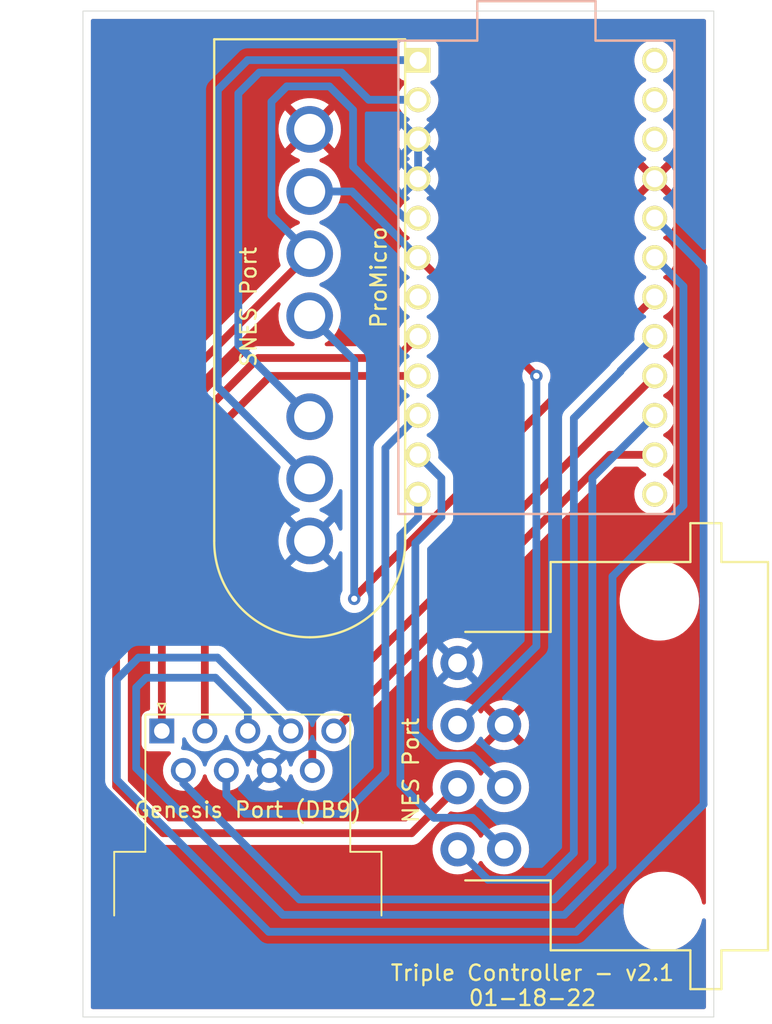
<source format=kicad_pcb>
(kicad_pcb (version 20211014) (generator pcbnew)
  (layers (0 "F.Cu" signal) (31 "B.Cu" signal) (35 "F.Paste" user) (37 "F.SilkS" user "F.Silkscreen") (38 "B.Mask" user) (39 "F.Mask" user) (44 "Edge.Cuts" user))
  (net 0 "")
  (net 1 "Net-(J2-Pad6)")
  (net 2 "Net-(J2-Pad5)")
  (net 3 "Net-(J2-Pad4)")
  (net 4 "Net-(J1-Pad3)")
  (net 5 "Net-(J1-Pad2)")
  (net 6 "Net-(J1-Pad7)")
  (net 8 "Net-(J1-Pad5)")
  (net 9 "Net-(J1-Pad4)")
  (net 10 "Net-(J3-Pad9)")
  (net 12 "Net-(J3-Pad6)")
  (net 13 "Net-(J3-Pad4)")
  (net 14 "Net-(J3-Pad3)")
  (net 16 "Net-(J3-Pad1)")
  (net 19 "Net-(J1-Pad6)")
  (net 20 "Net-(J3-Pad2)")
  (net 21 "Net-(J3-Pad5)")
  (net 22 "Net-(J3-Pad7)")
  (net 23 "Net-(J1-Pad1)")
  (footprint "Connector_Dsub:DSUB-9_Male_Horizontal_P2.77x2.54mm_EdgePinOffset9.40mm" (layer "F.Cu") (at 133.35 73.025)
    (fp_text reference "J3" hide)
    (fp_text value "Genesis Port (DB9)" (at 5.54 5.08) (layer "F.SilkS"))
    (fp_line (start -3.07 7.78) (end -1.06 7.78) (layer "F.SilkS") (width 0.12))
    (fp_line (start -0.25 -1.754338) (end 0.25 -1.754338) (layer "F.SilkS") (width 0.12))
    (fp_line (start 0 -1.321325) (end -0.25 -1.754338) (layer "F.SilkS") (width 0.12))
    (fp_line (start 12.14 7.78) (end 14.15 7.78) (layer "F.SilkS") (width 0.12))
    (fp_line (start -3.07 11.88) (end -3.07 7.78) (layer "F.SilkS") (width 0.12))
    (fp_line (start 0.25 -1.754338) (end 0 -1.321325) (layer "F.SilkS") (width 0.12))
    (fp_line (start 12.14 -1.06) (end 12.14 7.78) (layer "F.SilkS") (width 0.12))
    (fp_line (start 14.15 7.78) (end 14.15 11.88) (layer "F.SilkS") (width 0.12))
    (fp_line (start -1.06 -1.06) (end 12.14 -1.06) (layer "F.SilkS") (width 0.12))
    (fp_line (start -1.06 7.78) (end -1.06 -1.06) (layer "F.SilkS") (width 0.12))
    (pad "1" thru_hole rect locked (at 0 0) (size 1.6 1.6) (drill 1) (layers *.Cu *.Mask) (net 16 "Net-(J3-Pad1)"))
    (pad "2" thru_hole circle locked (at 2.77 0) (size 1.6 1.6) (drill 1) (layers *.Cu *.Mask) (net 20 "Net-(J3-Pad2)"))
    (pad "3" thru_hole circle locked (at 5.54 0) (size 1.6 1.6) (drill 1) (layers *.Cu *.Mask) (net 14 "Net-(J3-Pad3)"))
    (pad "4" thru_hole circle locked (at 8.31 0) (size 1.6 1.6) (drill 1) (layers *.Cu *.Mask) (net 13 "Net-(J3-Pad4)"))
    (pad "5" thru_hole circle locked (at 11.08 0) (size 1.6 1.6) (drill 1) (layers *.Cu *.Mask) (net 21 "Net-(J3-Pad5)"))
    (pad "6" thru_hole circle locked (at 1.385 2.54) (size 1.6 1.6) (drill 1) (layers *.Cu *.Mask) (net 12 "Net-(J3-Pad6)"))
    (pad "7" thru_hole circle locked (at 4.155 2.54) (size 1.6 1.6) (drill 1) (layers *.Cu *.Mask) (net 22 "Net-(J3-Pad7)"))
    (pad "8" thru_hole circle locked (at 6.925 2.54) (size 1.6 1.6) (drill 1) (layers *.Cu *.Mask) (net 23 "Net-(J1-Pad1)"))
    (pad "9" thru_hole circle locked (at 9.695 2.54) (size 1.6 1.6) (drill 1) (layers *.Cu *.Mask) (net 10 "Net-(J3-Pad9)"))
  )
  (footprint "pkl_connectors:NES" (layer "F.Cu") (at 152.4 80.645 90)
    (fp_text reference "J1" hide)
    (fp_text value "NES Port" (at 5.08 -3 90) (layer "F.SilkS"))
    (fp_line (start -9 17) (end -6.5 17) (layer "F.SilkS") (width 0.15))
    (fp_line (start 14 6) (end 14 0.5) (layer "F.SilkS") (width 0.15))
    (fp_line (start 21 15) (end 18.5 15) (layer "F.SilkS") (width 0.15))
    (fp_line (start -6.5 17) (end -6.5 20) (layer "F.SilkS") (width 0.15))
    (fp_line (start -6.5 20) (end 18.5 20) (layer "F.SilkS") (width 0.15))
    (fp_line (start -9 15) (end -9 17) (layer "F.SilkS") (width 0.15))
    (fp_line (start -6.5 6) (end -6.5 15) (layer "F.SilkS") (width 0.15))
    (fp_line (start 18.5 6) (end 14 6) (layer "F.SilkS") (width 0.15))
    (fp_line (start -2 0.5) (end -2 6) (layer "F.SilkS") (width 0.15))
    (fp_line (start 18.5 20) (end 18.5 17) (layer "F.SilkS") (width 0.15))
    (fp_line (start 18.5 17) (end 21 17) (layer "F.SilkS") (width 0.15))
    (fp_line (start -6.5 15) (end -9 15) (layer "F.SilkS") (width 0.15))
    (fp_line (start 21 17) (end 21 15) (layer "F.SilkS") (width 0.15))
    (fp_line (start 18.5 15) (end 18.5 6) (layer "F.SilkS") (width 0.15))
    (fp_line (start -2 6) (end -6.5 6) (layer "F.SilkS") (width 0.15))
    (pad "" np_thru_hole circle locked (at -4 13.25 90) (size 4.1 4.1) (drill 4.1) (layers *.Cu *.Mask))
    (pad "" np_thru_hole circle locked (at 16 13 90) (size 4.1 4.1) (drill 4.1) (layers *.Cu *.Mask))
    (pad "1" thru_hole circle locked (at 12 0 90) (size 2.2 2.2) (drill 1.2) (layers *.Cu *.Mask) (net 23 "Net-(J1-Pad1)"))
    (pad "2" thru_hole circle locked (at 8 0 90) (size 2.2 2.2) (drill 1.2) (layers *.Cu *.Mask) (net 5 "Net-(J1-Pad2)"))
    (pad "3" thru_hole circle locked (at 4 0 90) (size 2.2 2.2) (drill 1.2) (layers *.Cu *.Mask) (net 4 "Net-(J1-Pad3)"))
    (pad "4" thru_hole circle locked (at 0 0 90) (size 2.2 2.2) (drill 1.2) (layers *.Cu *.Mask) (net 9 "Net-(J1-Pad4)"))
    (pad "5" thru_hole circle locked (at 0 3 90) (size 2.2 2.2) (drill 1.2) (layers *.Cu *.Mask) (net 8 "Net-(J1-Pad5)"))
    (pad "6" thru_hole circle locked (at 4 3 90) (size 2.2 2.2) (drill 1.2) (layers *.Cu *.Mask) (net 19 "Net-(J1-Pad6)"))
    (pad "7" thru_hole circle locked (at 8 3 90) (size 2.2 2.2) (drill 1.2) (layers *.Cu *.Mask) (net 6 "Net-(J1-Pad7)"))
  )
  (footprint "promicro:ProMicro" (layer "F.Cu") (at 157.48 43.815 -90)
    (fp_text reference "U1" hide)
    (fp_text value "ProMicro" (at 0 10.16 90) (layer "F.SilkS"))
    (fp_line (start -15.24 -3.81) (end -15.24 -8.89) (layer "B.SilkS") (width 0.15))
    (fp_line (start 15.24 -8.89) (end 15.24 8.89) (layer "B.SilkS") (width 0.15))
    (fp_line (start -15.24 -8.89) (end 15.24 -8.89) (layer "B.SilkS") (width 0.15))
    (fp_line (start 15.24 8.89) (end -15.24 8.89) (layer "B.SilkS") (width 0.15))
    (fp_line (start -15.24 3.81) (end -17.78 3.81) (layer "B.SilkS") (width 0.15))
    (fp_line (start -15.24 8.89) (end -15.24 3.81) (layer "B.SilkS") (width 0.15))
    (fp_line (start -17.78 -3.81) (end -15.24 -3.81) (layer "B.SilkS") (width 0.15))
    (fp_line (start -17.78 3.81) (end -17.78 -3.81) (layer "B.SilkS") (width 0.15))
    (fp_line (start -17.78 -3.81) (end -15.24 -3.81) (layer "F.SilkS") (width 0.15))
    (fp_line (start -15.24 -8.89) (end 15.24 -8.89) (layer "F.SilkS") (width 0.15))
    (fp_line (start -17.78 3.81) (end -17.78 -3.81) (layer "F.SilkS") (width 0.15))
    (fp_line (start -15.24 8.89) (end -15.24 3.81) (layer "F.SilkS") (width 0.15))
    (fp_line (start -15.24 -3.81) (end -15.24 -8.89) (layer "F.SilkS") (width 0.15))
    (fp_line (start 15.24 -8.89) (end 15.24 8.89) (layer "F.SilkS") (width 0.15))
    (fp_line (start -15.24 8.89) (end 15.24 8.89) (layer "F.SilkS") (width 0.15))
    (fp_line (start -15.24 3.81) (end -17.78 3.81) (layer "F.SilkS") (width 0.15))
    (pad "1" thru_hole rect locked (at -13.97 7.62 270) (size 1.6 1.6) (drill 1.1) (layers *.Cu *.Mask "F.SilkS") (net 1 "Net-(J2-Pad6)"))
    (pad "2" thru_hole circle locked (at -11.43 7.62 270) (size 1.6 1.6) (drill 1.1) (layers *.Cu *.Mask "F.SilkS") (net 2 "Net-(J2-Pad5)"))
    (pad "3" thru_hole circle locked (at -8.89 7.62 270) (size 1.6 1.6) (drill 1.1) (layers *.Cu *.Mask "F.SilkS") (net 23 "Net-(J1-Pad1)"))
    (pad "4" thru_hole circle locked (at -6.35 7.62 270) (size 1.6 1.6) (drill 1.1) (layers *.Cu *.Mask "F.SilkS") (net 23 "Net-(J1-Pad1)"))
    (pad "5" thru_hole circle locked (at -3.81 7.62 270) (size 1.6 1.6) (drill 1.1) (layers *.Cu *.Mask "F.SilkS") (net 4 "Net-(J1-Pad3)"))
    (pad "6" thru_hole circle locked (at -1.27 7.62 270) (size 1.6 1.6) (drill 1.1) (layers *.Cu *.Mask "F.SilkS") (net 5 "Net-(J1-Pad2)"))
    (pad "7" thru_hole circle locked (at 1.27 7.62 270) (size 1.6 1.6) (drill 1.1) (layers *.Cu *.Mask "F.SilkS"))
    (pad "8" thru_hole circle locked (at 3.81 7.62 270) (size 1.6 1.6) (drill 1.1) (layers *.Cu *.Mask "F.SilkS") (net 16 "Net-(J3-Pad1)"))
    (pad "9" thru_hole circle locked (at 6.35 7.62 270) (size 1.6 1.6) (drill 1.1) (layers *.Cu *.Mask "F.SilkS") (net 20 "Net-(J3-Pad2)"))
    (pad "10" thru_hole circle locked (at 8.89 7.62 270) (size 1.6 1.6) (drill 1.1) (layers *.Cu *.Mask "F.SilkS") (net 22 "Net-(J3-Pad7)"))
    (pad "11" thru_hole circle locked (at 11.43 7.62 270) (size 1.6 1.6) (drill 1.1) (layers *.Cu *.Mask "F.SilkS") (net 19 "Net-(J1-Pad6)"))
    (pad "12" thru_hole circle locked (at 13.97 7.62 270) (size 1.6 1.6) (drill 1.1) (layers *.Cu *.Mask "F.SilkS") (net 8 "Net-(J1-Pad5)"))
    (pad "13" thru_hole circle locked (at 13.97 -7.62 270) (size 1.6 1.6) (drill 1.1) (layers *.Cu *.Mask "F.SilkS"))
    (pad "14" thru_hole circle locked (at 11.43 -7.62 270) (size 1.6 1.6) (drill 1.1) (layers *.Cu *.Mask "F.SilkS") (net 21 "Net-(J3-Pad5)"))
    (pad "15" thru_hole circle locked (at 8.89 -7.62 270) (size 1.6 1.6) (drill 1.1) (layers *.Cu *.Mask "F.SilkS") (net 12 "Net-(J3-Pad6)"))
    (pad "16" thru_hole circle locked (at 6.35 -7.62 270) (size 1.6 1.6) (drill 1.1) (layers *.Cu *.Mask "F.SilkS") (net 10 "Net-(J3-Pad9)"))
    (pad "17" thru_hole circle locked (at 3.81 -7.62 270) (size 1.6 1.6) (drill 1.1) (layers *.Cu *.Mask "F.SilkS") (net 9 "Net-(J1-Pad4)"))
    (pad "18" thru_hole circle locked (at 1.27 -7.62 270) (size 1.6 1.6) (drill 1.1) (layers *.Cu *.Mask "F.SilkS") (net 3 "Net-(J2-Pad4)"))
    (pad "19" thru_hole circle locked (at -1.27 -7.62 270) (size 1.6 1.6) (drill 1.1) (layers *.Cu *.Mask "F.SilkS") (net 14 "Net-(J3-Pad3)"))
    (pad "20" thru_hole circle locked (at -3.81 -7.62 270) (size 1.6 1.6) (drill 1.1) (layers *.Cu *.Mask "F.SilkS") (net 13 "Net-(J3-Pad4)"))
    (pad "21" thru_hole circle locked (at -6.35 -7.62 270) (size 1.6 1.6) (drill 1.1) (layers *.Cu *.Mask "F.SilkS") (net 6 "Net-(J1-Pad7)"))
    (pad "22" thru_hole circle locked (at -8.89 -7.62 270) (size 1.6 1.6) (drill 1.1) (layers *.Cu *.Mask "F.SilkS"))
    (pad "23" thru_hole circle locked (at -11.43 -7.62 270) (size 1.6 1.6) (drill 1.1) (layers *.Cu *.Mask "F.SilkS"))
    (pad "24" thru_hole circle locked (at -13.97 -7.62 270) (size 1.6 1.6) (drill 1.1) (layers *.Cu *.Mask "F.SilkS"))
  )
  (footprint "pkl_connectors:SNES" (layer "F.Cu") (at 142.875 34.29 -90)
    (fp_text reference "J2" hide)
    (fp_text value "SNES Port" (at 11.43 3.937 -90) (layer "F.SilkS"))
    (fp_line (start -5.8 6.15) (end -5.8 -6.15) (layer "F.SilkS") (width 0.15))
    (fp_line (start -5.8 -6.15) (end 26.5 -6.15) (layer "F.SilkS") (width 0.15))
    (fp_line (start -5.8 6.15) (end 26.5 6.15) (layer "F.SilkS") (width 0.15))
    (fp_arc (start 32.7 0) (mid 30.880994 4.366349) (end 26.500002 6.149797) (layer "F.SilkS") (width 0.15))
    (fp_arc (start 26.5 -6.15) (mid 30.881137 -4.366492) (end 32.700203 0) (layer "F.SilkS") (width 0.15))
    (pad "1" thru_hole circle locked (at 0 0 270) (size 3 3) (drill 2) (layers *.Cu *.Mask) (net 6 "Net-(J1-Pad7)"))
    (pad "2" thru_hole circle locked (at 4 0 270) (size 3 3) (drill 2) (layers *.Cu *.Mask) (net 5 "Net-(J1-Pad2)"))
    (pad "3" thru_hole circle locked (at 8 0 270) (size 3 3) (drill 2) (layers *.Cu *.Mask) (net 4 "Net-(J1-Pad3)"))
    (pad "4" thru_hole circle locked (at 12 0 270) (size 3 3) (drill 2) (layers *.Cu *.Mask) (net 3 "Net-(J2-Pad4)"))
    (pad "5" thru_hole circle locked (at 18.5 0 270) (size 3 3) (drill 2) (layers *.Cu *.Mask) (net 2 "Net-(J2-Pad5)"))
    (pad "6" thru_hole circle locked (at 22.5 0 270) (size 3 3) (drill 2) (layers *.Cu *.Mask) (net 1 "Net-(J2-Pad6)"))
    (pad "7" thru_hole circle locked (at 26.5 0 270) (size 3 3) (drill 2) (layers *.Cu *.Mask) (net 23 "Net-(J1-Pad1)"))
  )
  (gr_line (start 168.91 26.67) (end 168.91 91.44) (layer "Edge.Cuts") (width 0.05))
  (gr_line (start 128.27 26.67) (end 128.27 91.44) (layer "Edge.Cuts") (width 0.05))
  (gr_line (start 168.91 91.44) (end 128.27 91.44) (layer "Edge.Cuts") (width 0.05))
  (gr_line (start 128.27 26.67) (end 168.91 26.67) (layer "Edge.Cuts") (width 0.05))
  (gr_text "Triple Controller - v2.1\n01-18-22\n" (at 157.226 89.408) (layer "F.SilkS") (effects (font (size 1 1))))
  (segment (start 138.87601 29.83079) (end 149.84579 29.83079) (width 0.5) (layer "B.Cu") (net 1))
  (segment (start 149.84579 29.83079) (end 149.86 29.845) (width 0.5) (layer "B.Cu") (net 1))
  (segment (start 136.9568 31.75) (end 138.87601 29.83079) (width 0.5) (layer "B.Cu") (net 1))
  (segment (start 136.9568 50.8718) (end 136.9568 31.75) (width 0.5) (layer "B.Cu") (net 1))
  (segment (start 142.875 56.79) (end 136.9568 50.8718) (width 0.5) (layer "B.Cu") (net 1))
  (segment (start 146.685 32.385) (end 144.9324 30.6324) (width 0.5) (layer "B.Cu") (net 2))
  (segment (start 138.2776 31.9786) (end 138.2776 48.1926) (width 0.5) (layer "B.Cu") (net 2))
  (segment (start 138.2776 48.1926) (end 142.875 52.79) (width 0.5) (layer "B.Cu") (net 2))
  (segment (start 139.6238 30.6324) (end 138.2776 31.9786) (width 0.5) (layer "B.Cu") (net 2))
  (segment (start 144.9324 30.6324) (end 139.6238 30.6324) (width 0.5) (layer "B.Cu") (net 2))
  (segment (start 149.86 32.385) (end 146.685 32.385) (width 0.5) (layer "B.Cu") (net 2))
  (segment (start 145.7452 64.516) (end 145.7452 64.4398) (width 0.5) (layer "F.Cu") (net 3))
  (segment (start 145.7452 64.4398) (end 165.1 45.085) (width 0.5) (layer "F.Cu") (net 3))
  (via (at 145.7452 64.516) (size 0.8) (drill 0.4) (layers "F.Cu" "B.Cu") (net 3))
  (segment (start 145.7452 49.1602) (end 142.875 46.29) (width 0.5) (layer "B.Cu") (net 3))
  (segment (start 145.7452 49.1602) (end 145.7452 64.516) (width 0.5) (layer "B.Cu") (net 3))
  (segment (start 142.875 42.29) (end 130.4036 54.7614) (width 0.5) (layer "F.Cu") (net 4))
  (segment (start 149.4414 79.6036) (end 152.4 76.645) (width 0.5) (layer "F.Cu") (net 4))
  (segment (start 133.4262 79.6036) (end 149.4414 79.6036) (width 0.5) (layer "F.Cu") (net 4))
  (segment (start 130.4036 54.7614) (end 130.4036 76.581) (width 0.5) (layer "F.Cu") (net 4))
  (segment (start 130.4036 76.581) (end 133.4262 79.6036) (width 0.5) (layer "F.Cu") (net 4))
  (segment (start 141.4018 31.5214) (end 140.4112 32.512) (width 0.5) (layer "B.Cu") (net 4))
  (segment (start 145.669 36.6776) (end 145.669 33.0454) (width 0.5) (layer "B.Cu") (net 4))
  (segment (start 145.669 33.0454) (end 144.145 31.5214) (width 0.5) (layer "B.Cu") (net 4))
  (segment (start 148.9964 40.005) (end 145.669 36.6776) (width 0.5) (layer "B.Cu") (net 4))
  (segment (start 149.86 40.005) (end 148.9964 40.005) (width 0.5) (layer "B.Cu") (net 4))
  (segment (start 140.4112 32.512) (end 140.4112 39.8262) (width 0.5) (layer "B.Cu") (net 4))
  (segment (start 144.145 31.5214) (end 141.4018 31.5214) (width 0.5) (layer "B.Cu") (net 4))
  (segment (start 140.4112 39.8262) (end 142.875 42.29) (width 0.5) (layer "B.Cu") (net 4))
  (segment (start 149.86 42.545) (end 157.48 50.165) (width 0.5) (layer "F.Cu") (net 5))
  (via (at 157.48 50.165) (size 0.8) (drill 0.4) (layers "F.Cu" "B.Cu") (net 5))
  (segment (start 142.875 38.29) (end 145.605 38.29) (width 0.5) (layer "B.Cu") (net 5))
  (segment (start 145.605 38.29) (end 149.86 42.545) (width 0.5) (layer "B.Cu") (net 5))
  (segment (start 157.48 67.565) (end 157.48 50.165) (width 0.5) (layer "B.Cu") (net 5))
  (segment (start 152.4 72.645) (end 157.48 67.565) (width 0.5) (layer "B.Cu") (net 5))
  (segment (start 148.717 76.454) (end 150.876 78.613) (width 0.5) (layer "B.Cu") (net 8))
  (segment (start 149.86 59.2836) (end 148.717 60.4266) (width 0.5) (layer "B.Cu") (net 8))
  (segment (start 153.368 78.613) (end 155.4 80.645) (width 0.5) (layer "B.Cu") (net 8))
  (segment (start 150.876 78.613) (end 153.368 78.613) (width 0.5) (layer "B.Cu") (net 8))
  (segment (start 149.86 57.785) (end 149.86 59.2836) (width 0.5) (layer "B.Cu") (net 8))
  (segment (start 148.717 60.4266) (end 148.717 76.454) (width 0.5) (layer "B.Cu") (net 8))
  (segment (start 162.899999 49.875801) (end 159.893 52.8828) (width 0.5) (layer "B.Cu") (net 9))
  (segment (start 159.893 80.8736) (end 158.1658 82.6008) (width 0.5) (layer "B.Cu") (net 9))
  (segment (start 154.3558 82.6008) (end 152.4 80.645) (width 0.5) (layer "B.Cu") (net 9))
  (segment (start 158.1658 82.6008) (end 154.3558 82.6008) (width 0.5) (layer "B.Cu") (net 9))
  (segment (start 159.893 52.8828) (end 159.893 80.8736) (width 0.5) (layer "B.Cu") (net 9))
  (segment (start 165.1 47.625) (end 162.899999 49.825001) (width 0.5) (layer "B.Cu") (net 9))
  (segment (start 162.899999 49.825001) (end 162.899999 49.875801) (width 0.5) (layer "B.Cu") (net 9))
  (segment (start 143.045 72.22) (end 143.045 75.565) (width 0.5) (layer "F.Cu") (net 10))
  (segment (start 165.1 50.165) (end 143.045 72.22) (width 0.5) (layer "F.Cu") (net 10))
  (segment (start 134.735 76.3912) (end 134.735 75.565) (width 0.5) (layer "B.Cu") (net 12))
  (segment (start 142.2146 83.8708) (end 134.735 76.3912) (width 0.5) (layer "B.Cu") (net 12))
  (segment (start 158.623 83.8708) (end 142.2146 83.8708) (width 0.5) (layer "B.Cu") (net 12))
  (segment (start 165.1 52.705) (end 161.0868 56.7182) (width 0.5) (layer "B.Cu") (net 12))
  (segment (start 161.0868 81.407) (end 158.623 83.8708) (width 0.5) (layer "B.Cu") (net 12))
  (segment (start 161.0868 56.7182) (end 161.0868 81.407) (width 0.5) (layer "B.Cu") (net 12))
  (segment (start 140.2334 85.9536) (end 130.4544 76.1746) (width 0.5) (layer "B.Cu") (net 13))
  (segment (start 130.4544 69.6976) (end 131.8514 68.3006) (width 0.5) (layer "B.Cu") (net 13))
  (segment (start 136.9356 68.3006) (end 141.66 73.025) (width 0.5) (layer "B.Cu") (net 13))
  (segment (start 130.4544 76.1746) (end 130.4544 69.6976) (width 0.5) (layer "B.Cu") (net 13))
  (segment (start 167.900001 42.830401) (end 168.2496 43.18) (width 0.5) (layer "B.Cu") (net 13))
  (segment (start 167.900001 42.805001) (end 167.900001 42.830401) (width 0.5) (layer "B.Cu") (net 13))
  (segment (start 168.2496 77.7494) (end 160.0454 85.9536) (width 0.5) (layer "B.Cu") (net 13))
  (segment (start 165.1 40.005) (end 167.900001 42.805001) (width 0.5) (layer "B.Cu") (net 13))
  (segment (start 131.8514 68.3006) (end 136.9356 68.3006) (width 0.5) (layer "B.Cu") (net 13))
  (segment (start 168.2496 43.18) (end 168.2496 77.7494) (width 0.5) (layer "B.Cu") (net 13))
  (segment (start 160.0454 85.9536) (end 140.2334 85.9536) (width 0.5) (layer "B.Cu") (net 13))
  (segment (start 166.9542 58.4962) (end 162.3822 63.0682) (width 0.5) (layer "B.Cu") (net 14))
  (segment (start 131.699 75.4126) (end 131.699 70.231) (width 0.5) (layer "B.Cu") (net 14))
  (segment (start 141.1478 84.8614) (end 131.699 75.4126) (width 0.5) (layer "B.Cu") (net 14))
  (segment (start 136.8044 69.596) (end 138.89 71.6816) (width 0.5) (layer "B.Cu") (net 14))
  (segment (start 165.1 42.545) (end 166.9542 44.3992) (width 0.5) (layer "B.Cu") (net 14))
  (segment (start 138.89 71.6816) (end 138.89 73.025) (width 0.5) (layer "B.Cu") (net 14))
  (segment (start 132.334 69.596) (end 136.8044 69.596) (width 0.5) (layer "B.Cu") (net 14))
  (segment (start 162.3822 81.7626) (end 159.2834 84.8614) (width 0.5) (layer "B.Cu") (net 14))
  (segment (start 162.3822 63.0682) (end 162.3822 81.7626) (width 0.5) (layer "B.Cu") (net 14))
  (segment (start 166.9542 44.3992) (end 166.9542 58.4962) (width 0.5) (layer "B.Cu") (net 14))
  (segment (start 159.2834 84.8614) (end 141.1478 84.8614) (width 0.5) (layer "B.Cu") (net 14))
  (segment (start 131.699 70.231) (end 132.334 69.596) (width 0.5) (layer "B.Cu") (net 14))
  (segment (start 139.5603 49.0093) (end 133.35 55.2196) (width 0.5) (layer "F.Cu") (net 16))
  (segment (start 148.4757 49.0093) (end 139.5603 49.0093) (width 0.5) (layer "F.Cu") (net 16))
  (segment (start 149.86 47.625) (end 148.4757 49.0093) (width 0.5) (layer "F.Cu") (net 16))
  (segment (start 133.35 55.2196) (end 133.35 73.025) (width 0.5) (layer "F.Cu") (net 16))
  (segment (start 149.86 55.245) (end 151.3586 56.7436) (width 0.5) (layer "B.Cu") (net 19))
  (segment (start 151.3586 59.2582) (end 149.6822 60.9346) (width 0.5) (layer "B.Cu") (net 19))
  (segment (start 151.3586 56.7436) (end 151.3586 59.2582) (width 0.5) (layer "B.Cu") (net 19))
  (segment (start 149.6822 73.1266) (end 151.1554 74.5998) (width 0.5) (layer "B.Cu") (net 19))
  (segment (start 151.1554 74.5998) (end 153.3548 74.5998) (width 0.5) (layer "B.Cu") (net 19))
  (segment (start 149.6822 60.9346) (end 149.6822 73.1266) (width 0.5) (layer "B.Cu") (net 19))
  (segment (start 153.3548 74.5998) (end 155.4 76.645) (width 0.5) (layer "B.Cu") (net 19))
  (segment (start 140.335 50.165) (end 136.12 54.38) (width 0.5) (layer "F.Cu") (net 20))
  (segment (start 136.12 54.38) (end 136.12 73.025) (width 0.5) (layer "F.Cu") (net 20))
  (segment (start 149.86 50.165) (end 140.335 50.165) (width 0.5) (layer "F.Cu") (net 20))
  (segment (start 144.43 73.025) (end 162.21 55.245) (width 0.5) (layer "F.Cu") (net 21))
  (segment (start 162.21 55.245) (end 165.1 55.245) (width 0.5) (layer "F.Cu") (net 21))
  (segment (start 137.505 75.565) (end 137.505 77.1292) (width 0.5) (layer "B.Cu") (net 22))
  (segment (start 145.1102 78.359) (end 138.7348 78.359) (width 0.5) (layer "B.Cu") (net 22))
  (segment (start 147.7518 54.8132) (end 147.7518 75.7174) (width 0.5) (layer "B.Cu") (net 22))
  (segment (start 137.505 77.1292) (end 138.7348 78.359) (width 0.5) (layer "B.Cu") (net 22))
  (segment (start 147.7518 75.7174) (end 145.1102 78.359) (width 0.5) (layer "B.Cu") (net 22))
  (segment (start 149.86 52.705) (end 147.7518 54.8132) (width 0.5) (layer "B.Cu") (net 22))
  (segment (start 149.86 34.925) (end 149.86 37.465) (width 0.5) (layer "B.Cu") (net 23))
  (zone (net 6) (net_name "Net-(J1-Pad7)") (layer "F.Cu") (connect_pads (clearance 0.508)) (min_thickness 0.254) (fill yes (thermal_gap 0.508) (thermal_bridge_width 0.508))
    (polygon (pts (xy 169.0624 91.4908) (xy 128.2954 91.4908) (xy 128.2954 26.8224) (xy 169.0624 26.8224)))
  )
  (zone (net 23) (net_name "Net-(J1-Pad1)") (layer "B.Cu") (connect_pads (clearance 0.508)) (min_thickness 0.254) (fill yes (thermal_gap 0.508) (thermal_bridge_width 0.508) (smoothing fillet) (radius 1))
    (polygon (pts (xy 168.9608 91.3638) (xy 128.27 91.3638) (xy 128.27 26.7462) (xy 168.9608 26.7462)))
  )
)
</source>
